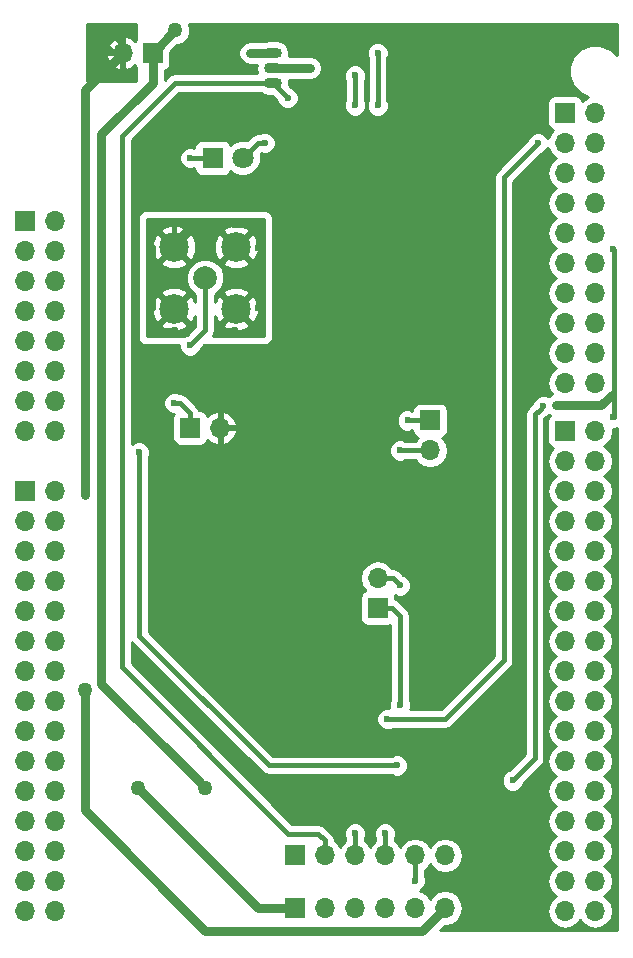
<source format=gbr>
G04 #@! TF.FileFunction,Copper,L2,Bot,Signal*
%FSLAX46Y46*%
G04 Gerber Fmt 4.6, Leading zero omitted, Abs format (unit mm)*
G04 Created by KiCad (PCBNEW 4.0.6) date Tuesday, July 11, 2017 'PMt' 12:51:39 PM*
%MOMM*%
%LPD*%
G01*
G04 APERTURE LIST*
%ADD10C,0.100000*%
%ADD11R,1.800000X1.800000*%
%ADD12C,1.800000*%
%ADD13R,1.700000X1.700000*%
%ADD14O,1.700000X1.700000*%
%ADD15C,1.998980*%
%ADD16C,2.500000*%
%ADD17O,1.501140X0.899160*%
%ADD18C,1.270000*%
%ADD19C,0.600000*%
%ADD20C,0.762000*%
%ADD21C,0.381000*%
%ADD22C,0.254000*%
G04 APERTURE END LIST*
D10*
D11*
X159385000Y-60960000D03*
D12*
X161925000Y-60960000D03*
D13*
X166370000Y-120015000D03*
D14*
X168910000Y-120015000D03*
X171450000Y-120015000D03*
X173990000Y-120015000D03*
X176530000Y-120015000D03*
X179070000Y-120015000D03*
D13*
X166370000Y-124460000D03*
D14*
X168910000Y-124460000D03*
X171450000Y-124460000D03*
X173990000Y-124460000D03*
X176530000Y-124460000D03*
X179070000Y-124460000D03*
D13*
X154305000Y-52070000D03*
D14*
X151765000Y-52070000D03*
D13*
X177800000Y-83185000D03*
D14*
X177800000Y-85725000D03*
D15*
X158750000Y-71120000D03*
D16*
X161375000Y-68495000D03*
X156125000Y-68495000D03*
X161375000Y-73745000D03*
X156125000Y-73745000D03*
D13*
X157480000Y-83820000D03*
D14*
X160020000Y-83820000D03*
D13*
X189230000Y-57150000D03*
D14*
X191770000Y-57150000D03*
X189230000Y-59690000D03*
X191770000Y-59690000D03*
X189230000Y-62230000D03*
X191770000Y-62230000D03*
X189230000Y-64770000D03*
X191770000Y-64770000D03*
X189230000Y-67310000D03*
X191770000Y-67310000D03*
X189230000Y-69850000D03*
X191770000Y-69850000D03*
X189230000Y-72390000D03*
X191770000Y-72390000D03*
X189230000Y-74930000D03*
X191770000Y-74930000D03*
X189230000Y-77470000D03*
X191770000Y-77470000D03*
X189230000Y-80010000D03*
X191770000Y-80010000D03*
D13*
X143510000Y-66294000D03*
D14*
X146050000Y-66294000D03*
X143510000Y-68834000D03*
X146050000Y-68834000D03*
X143510000Y-71374000D03*
X146050000Y-71374000D03*
X143510000Y-73914000D03*
X146050000Y-73914000D03*
X143510000Y-76454000D03*
X146050000Y-76454000D03*
X143510000Y-78994000D03*
X146050000Y-78994000D03*
X143510000Y-81534000D03*
X146050000Y-81534000D03*
X143510000Y-84074000D03*
X146050000Y-84074000D03*
D13*
X143510000Y-89154000D03*
D14*
X146050000Y-89154000D03*
X143510000Y-91694000D03*
X146050000Y-91694000D03*
X143510000Y-94234000D03*
X146050000Y-94234000D03*
X143510000Y-96774000D03*
X146050000Y-96774000D03*
X143510000Y-99314000D03*
X146050000Y-99314000D03*
X143510000Y-101854000D03*
X146050000Y-101854000D03*
X143510000Y-104394000D03*
X146050000Y-104394000D03*
X143510000Y-106934000D03*
X146050000Y-106934000D03*
X143510000Y-109474000D03*
X146050000Y-109474000D03*
X143510000Y-112014000D03*
X146050000Y-112014000D03*
X143510000Y-114554000D03*
X146050000Y-114554000D03*
X143510000Y-117094000D03*
X146050000Y-117094000D03*
X143510000Y-119634000D03*
X146050000Y-119634000D03*
X143510000Y-122174000D03*
X146050000Y-122174000D03*
X143510000Y-124714000D03*
X146050000Y-124714000D03*
D13*
X189230000Y-84074000D03*
D14*
X191770000Y-84074000D03*
X189230000Y-86614000D03*
X191770000Y-86614000D03*
X189230000Y-89154000D03*
X191770000Y-89154000D03*
X189230000Y-91694000D03*
X191770000Y-91694000D03*
X189230000Y-94234000D03*
X191770000Y-94234000D03*
X189230000Y-96774000D03*
X191770000Y-96774000D03*
X189230000Y-99314000D03*
X191770000Y-99314000D03*
X189230000Y-101854000D03*
X191770000Y-101854000D03*
X189230000Y-104394000D03*
X191770000Y-104394000D03*
X189230000Y-106934000D03*
X191770000Y-106934000D03*
X189230000Y-109474000D03*
X191770000Y-109474000D03*
X189230000Y-112014000D03*
X191770000Y-112014000D03*
X189230000Y-114554000D03*
X191770000Y-114554000D03*
X189230000Y-117094000D03*
X191770000Y-117094000D03*
X189230000Y-119634000D03*
X191770000Y-119634000D03*
X189230000Y-122174000D03*
X191770000Y-122174000D03*
X189230000Y-124714000D03*
X191770000Y-124714000D03*
D17*
X164465000Y-53340000D03*
X164465000Y-54610000D03*
X164465000Y-52070000D03*
D13*
X173355000Y-99060000D03*
D14*
X173355000Y-96520000D03*
D18*
X156210000Y-50165000D03*
X158750000Y-114300000D03*
D19*
X162560000Y-52070000D03*
X152146000Y-50292000D03*
X150622000Y-50292000D03*
X149225000Y-50292000D03*
X149225000Y-51689000D03*
X149225000Y-52959000D03*
X151257000Y-54102000D03*
X152400000Y-53975000D03*
X193294000Y-82931000D03*
X193294000Y-68707000D03*
X176530000Y-122174000D03*
X148590000Y-89535000D03*
X175260000Y-85725000D03*
X175260000Y-97155000D03*
X161290000Y-66675000D03*
X162560000Y-66675000D03*
X163195000Y-67310000D03*
X163195000Y-68580000D03*
X163195000Y-69850000D03*
X163195000Y-71120000D03*
X163195000Y-72390000D03*
X163195000Y-73660000D03*
X163195000Y-74930000D03*
X162560000Y-75565000D03*
X161290000Y-75565000D03*
X160020000Y-75565000D03*
X157480000Y-75565000D03*
X156210000Y-75565000D03*
X154940000Y-75565000D03*
X154305000Y-74930000D03*
X154305000Y-73660000D03*
X154305000Y-72390000D03*
X154305000Y-71120000D03*
X154305000Y-69850000D03*
X154305000Y-68580000D03*
X154305000Y-67310000D03*
X154940000Y-66675000D03*
X156210000Y-66675000D03*
X160020000Y-66675000D03*
X158750000Y-66675000D03*
X157480000Y-66675000D03*
X157480000Y-60960000D03*
X171450000Y-56515000D03*
X171450000Y-53975000D03*
X167640000Y-53340000D03*
X165735000Y-55880000D03*
X173355000Y-56515000D03*
X173355000Y-52070000D03*
X180467000Y-53848000D03*
X180467000Y-52705000D03*
X179451000Y-52070000D03*
X178181000Y-52070000D03*
X178181000Y-52070000D03*
X177038000Y-52070000D03*
X175641000Y-52070000D03*
X177165000Y-102870000D03*
X168910000Y-76200000D03*
X156112327Y-81705199D03*
X163830000Y-59690000D03*
D18*
X153035000Y-114300000D03*
X148590000Y-106045000D03*
D19*
X175895000Y-83185000D03*
X157480000Y-76835000D03*
X175006000Y-112395000D03*
X153162000Y-85852000D03*
X187365375Y-81964127D03*
X184785000Y-113665000D03*
X175260000Y-107315000D03*
X174180973Y-108467251D03*
X186944000Y-59690000D03*
X171450000Y-118110000D03*
X173990000Y-118110000D03*
D20*
X158115001Y-113665001D02*
X158750000Y-114300000D01*
X149957685Y-105507685D02*
X158115001Y-113665001D01*
X154305000Y-54610000D02*
X149957685Y-58957315D01*
X154305000Y-52070000D02*
X154305000Y-54610000D01*
X149957685Y-58957315D02*
X149957685Y-105507685D01*
X154305000Y-52070000D02*
X156210000Y-50165000D01*
X162560000Y-52070000D02*
X164465000Y-52070000D01*
D21*
X151765000Y-52070000D02*
X151765000Y-50673000D01*
X151765000Y-50673000D02*
X152146000Y-50292000D01*
X151765000Y-52070000D02*
X151765000Y-51435000D01*
X151765000Y-51435000D02*
X150622000Y-50292000D01*
X151765000Y-52070000D02*
X151003000Y-52070000D01*
X151003000Y-52070000D02*
X149225000Y-50292000D01*
X151765000Y-52070000D02*
X149606000Y-52070000D01*
X149606000Y-52070000D02*
X149225000Y-51689000D01*
X151765000Y-52070000D02*
X150114000Y-52070000D01*
X150114000Y-52070000D02*
X149225000Y-52959000D01*
X151765000Y-52070000D02*
X151765000Y-53594000D01*
X151765000Y-53594000D02*
X151257000Y-54102000D01*
X151765000Y-52070000D02*
X151765000Y-53340000D01*
X151765000Y-53340000D02*
X152400000Y-53975000D01*
X193375589Y-81026000D02*
X193160125Y-81026000D01*
D20*
X193160125Y-81026000D02*
X192271125Y-81915000D01*
X192271125Y-81915000D02*
X188468000Y-81915000D01*
D21*
X193375589Y-81026000D02*
X193375589Y-82849411D01*
X193375589Y-68788589D02*
X193375589Y-81026000D01*
X193294000Y-68707000D02*
X193375589Y-68788589D01*
X193375589Y-82849411D02*
X193294000Y-82931000D01*
X176530000Y-120015000D02*
X176530000Y-122174000D01*
D20*
X148590000Y-55245000D02*
X148590000Y-89535000D01*
X151765000Y-52070000D02*
X148590000Y-55245000D01*
D21*
X177800000Y-85725000D02*
X175260000Y-85725000D01*
X173355000Y-96520000D02*
X174625000Y-96520000D01*
X174625000Y-96520000D02*
X175260000Y-97155000D01*
X162560000Y-66675000D02*
X161290000Y-66675000D01*
X163195000Y-68580000D02*
X163195000Y-67310000D01*
X163195000Y-71120000D02*
X163195000Y-69850000D01*
X163195000Y-73660000D02*
X163195000Y-72390000D01*
X162560000Y-75565000D02*
X163195000Y-74930000D01*
X160020000Y-75565000D02*
X161290000Y-75565000D01*
X154940000Y-75565000D02*
X156210000Y-75565000D01*
X154305000Y-72390000D02*
X154305000Y-73660000D01*
X154305000Y-68580000D02*
X154305000Y-69850000D01*
X154940000Y-66675000D02*
X154305000Y-67310000D01*
X156125000Y-68495000D02*
X156125000Y-66760000D01*
X156125000Y-66760000D02*
X156210000Y-66675000D01*
X158750000Y-66675000D02*
X160020000Y-66675000D01*
X156125000Y-68495000D02*
X156125000Y-68030000D01*
X156125000Y-68030000D02*
X157480000Y-66675000D01*
X159385000Y-60960000D02*
X157480000Y-60960000D01*
X171450000Y-53975000D02*
X171450000Y-56515000D01*
D20*
X164465000Y-53340000D02*
X167640000Y-53340000D01*
D21*
X168910000Y-120015000D02*
X168910000Y-118738261D01*
X165796387Y-118171387D02*
X151717963Y-104092963D01*
X168910000Y-118738261D02*
X168343126Y-118171387D01*
X168343126Y-118171387D02*
X165796387Y-118171387D01*
X151717963Y-104092963D02*
X151717963Y-59102037D01*
X151717963Y-59102037D02*
X156210000Y-54610000D01*
X156210000Y-54610000D02*
X164465000Y-54610000D01*
X164465000Y-54610000D02*
X165735000Y-55880000D01*
X173355000Y-52070000D02*
X173355000Y-56515000D01*
X157480000Y-82589000D02*
X156596199Y-81705199D01*
X157480000Y-83820000D02*
X157480000Y-82589000D01*
X156596199Y-81705199D02*
X156112327Y-81705199D01*
X163830000Y-59690000D02*
X163195000Y-59690000D01*
X163195000Y-59690000D02*
X161925000Y-60960000D01*
D20*
X163195000Y-124460000D02*
X166370000Y-124460000D01*
X153035000Y-114300000D02*
X163195000Y-124460000D01*
X148590000Y-106045000D02*
X148590000Y-116205000D01*
X148590000Y-116205000D02*
X158765510Y-126380510D01*
X177149490Y-126380510D02*
X178220001Y-125309999D01*
X158765510Y-126380510D02*
X177149490Y-126380510D01*
X178220001Y-125309999D02*
X179070000Y-124460000D01*
D21*
X175895000Y-83185000D02*
X177800000Y-83185000D01*
X158750000Y-71120000D02*
X158750000Y-75565000D01*
X158750000Y-75565000D02*
X157480000Y-76835000D01*
X153162000Y-85852000D02*
X153162000Y-101428601D01*
X153162000Y-101428601D02*
X164128399Y-112395000D01*
X164128399Y-112395000D02*
X175006000Y-112395000D01*
X184785000Y-113665000D02*
X186656184Y-111793816D01*
X186656184Y-111793816D02*
X186656184Y-82673318D01*
X186656184Y-82673318D02*
X187065376Y-82264126D01*
X187065376Y-82264126D02*
X187365375Y-81964127D01*
X175260000Y-107315000D02*
X175260000Y-99734000D01*
X175260000Y-99734000D02*
X174586000Y-99060000D01*
X174586000Y-99060000D02*
X173355000Y-99060000D01*
X174605237Y-108467251D02*
X174180973Y-108467251D01*
X179060749Y-108467251D02*
X174605237Y-108467251D01*
X184022990Y-103505010D02*
X179060749Y-108467251D01*
X184022990Y-62611010D02*
X184022990Y-103505010D01*
X186944000Y-59690000D02*
X184022990Y-62611010D01*
X171450000Y-118110000D02*
X171450000Y-120015000D01*
X173990000Y-118110000D02*
X173990000Y-120015000D01*
D22*
G36*
X193600000Y-52263668D02*
X193037679Y-51700364D01*
X192216519Y-51359389D01*
X191327381Y-51358613D01*
X190505628Y-51698155D01*
X189876364Y-52326321D01*
X189535389Y-53147481D01*
X189534613Y-54036619D01*
X189874155Y-54858372D01*
X190502321Y-55487636D01*
X191192275Y-55774130D01*
X191172622Y-55778039D01*
X190690853Y-56099946D01*
X190690029Y-56101179D01*
X190683162Y-56064683D01*
X190544090Y-55848559D01*
X190331890Y-55703569D01*
X190080000Y-55652560D01*
X188380000Y-55652560D01*
X188144683Y-55696838D01*
X187928559Y-55835910D01*
X187783569Y-56048110D01*
X187732560Y-56300000D01*
X187732560Y-58000000D01*
X187776838Y-58235317D01*
X187915910Y-58451441D01*
X188128110Y-58596431D01*
X188195541Y-58610086D01*
X188150853Y-58639946D01*
X187828946Y-59121715D01*
X187793822Y-59298294D01*
X187737117Y-59161057D01*
X187474327Y-58897808D01*
X187130799Y-58755162D01*
X186758833Y-58754838D01*
X186415057Y-58896883D01*
X186151808Y-59159673D01*
X186041682Y-59424884D01*
X183439273Y-62027293D01*
X183260327Y-62295104D01*
X183228237Y-62456431D01*
X183197490Y-62611010D01*
X183197490Y-103163077D01*
X178718815Y-107641751D01*
X176136725Y-107641751D01*
X176194838Y-107501799D01*
X176195162Y-107129833D01*
X176085500Y-106864430D01*
X176085500Y-99734005D01*
X176085501Y-99734000D01*
X176022663Y-99418094D01*
X175843717Y-99150283D01*
X175169717Y-98476283D01*
X174901906Y-98297337D01*
X174852440Y-98287498D01*
X174852440Y-98210000D01*
X174809203Y-97980216D01*
X175073201Y-98089838D01*
X175445167Y-98090162D01*
X175788943Y-97948117D01*
X176052192Y-97685327D01*
X176194838Y-97341799D01*
X176195162Y-96969833D01*
X176053117Y-96626057D01*
X175790327Y-96362808D01*
X175525116Y-96252682D01*
X175208717Y-95936283D01*
X174940906Y-95757337D01*
X174625000Y-95694500D01*
X174584189Y-95694500D01*
X174434147Y-95469946D01*
X173952378Y-95148039D01*
X173384093Y-95035000D01*
X173325907Y-95035000D01*
X172757622Y-95148039D01*
X172275853Y-95469946D01*
X171953946Y-95951715D01*
X171840907Y-96520000D01*
X171953946Y-97088285D01*
X172275853Y-97570054D01*
X172317452Y-97597850D01*
X172269683Y-97606838D01*
X172053559Y-97745910D01*
X171908569Y-97958110D01*
X171857560Y-98210000D01*
X171857560Y-99910000D01*
X171901838Y-100145317D01*
X172040910Y-100361441D01*
X172253110Y-100506431D01*
X172505000Y-100557440D01*
X174205000Y-100557440D01*
X174434500Y-100514257D01*
X174434500Y-106864887D01*
X174325162Y-107128201D01*
X174324838Y-107500167D01*
X174338151Y-107532387D01*
X173995806Y-107532089D01*
X173652030Y-107674134D01*
X173388781Y-107936924D01*
X173246135Y-108280452D01*
X173245811Y-108652418D01*
X173387856Y-108996194D01*
X173650646Y-109259443D01*
X173994174Y-109402089D01*
X174366140Y-109402413D01*
X174631543Y-109292751D01*
X179060749Y-109292751D01*
X179376655Y-109229914D01*
X179644466Y-109050968D01*
X184606704Y-104088729D01*
X184606707Y-104088727D01*
X184785653Y-103820915D01*
X184794377Y-103777057D01*
X184848491Y-103505010D01*
X184848490Y-103505005D01*
X184848490Y-62952944D01*
X187209440Y-60591994D01*
X187472943Y-60483117D01*
X187736192Y-60220327D01*
X187793800Y-60081593D01*
X187828946Y-60258285D01*
X188150853Y-60740054D01*
X188480026Y-60960000D01*
X188150853Y-61179946D01*
X187828946Y-61661715D01*
X187715907Y-62230000D01*
X187828946Y-62798285D01*
X188150853Y-63280054D01*
X188480026Y-63500000D01*
X188150853Y-63719946D01*
X187828946Y-64201715D01*
X187715907Y-64770000D01*
X187828946Y-65338285D01*
X188150853Y-65820054D01*
X188480026Y-66040000D01*
X188150853Y-66259946D01*
X187828946Y-66741715D01*
X187715907Y-67310000D01*
X187828946Y-67878285D01*
X188150853Y-68360054D01*
X188480026Y-68580000D01*
X188150853Y-68799946D01*
X187828946Y-69281715D01*
X187715907Y-69850000D01*
X187828946Y-70418285D01*
X188150853Y-70900054D01*
X188480026Y-71120000D01*
X188150853Y-71339946D01*
X187828946Y-71821715D01*
X187715907Y-72390000D01*
X187828946Y-72958285D01*
X188150853Y-73440054D01*
X188480026Y-73660000D01*
X188150853Y-73879946D01*
X187828946Y-74361715D01*
X187715907Y-74930000D01*
X187828946Y-75498285D01*
X188150853Y-75980054D01*
X188480026Y-76200000D01*
X188150853Y-76419946D01*
X187828946Y-76901715D01*
X187715907Y-77470000D01*
X187828946Y-78038285D01*
X188150853Y-78520054D01*
X188480026Y-78740000D01*
X188150853Y-78959946D01*
X187828946Y-79441715D01*
X187715907Y-80010000D01*
X187828946Y-80578285D01*
X188093071Y-80973578D01*
X188079194Y-80976338D01*
X187828331Y-81143960D01*
X187552174Y-81029289D01*
X187180208Y-81028965D01*
X186836432Y-81171010D01*
X186573183Y-81433800D01*
X186463057Y-81699011D01*
X186072467Y-82089601D01*
X185893521Y-82357412D01*
X185834393Y-82654673D01*
X185830684Y-82673318D01*
X185830684Y-111451883D01*
X184519560Y-112763006D01*
X184256057Y-112871883D01*
X183992808Y-113134673D01*
X183850162Y-113478201D01*
X183849838Y-113850167D01*
X183991883Y-114193943D01*
X184254673Y-114457192D01*
X184598201Y-114599838D01*
X184970167Y-114600162D01*
X185313943Y-114458117D01*
X185577192Y-114195327D01*
X185687318Y-113930116D01*
X187239898Y-112377535D01*
X187239901Y-112377533D01*
X187418847Y-112109721D01*
X187437887Y-112014000D01*
X187481685Y-111793816D01*
X187481684Y-111793811D01*
X187481684Y-83015252D01*
X187630815Y-82866121D01*
X187894318Y-82757244D01*
X187910588Y-82741002D01*
X187933819Y-82756525D01*
X187928559Y-82759910D01*
X187783569Y-82972110D01*
X187732560Y-83224000D01*
X187732560Y-84924000D01*
X187776838Y-85159317D01*
X187915910Y-85375441D01*
X188128110Y-85520431D01*
X188195541Y-85534086D01*
X188150853Y-85563946D01*
X187828946Y-86045715D01*
X187715907Y-86614000D01*
X187828946Y-87182285D01*
X188150853Y-87664054D01*
X188480026Y-87884000D01*
X188150853Y-88103946D01*
X187828946Y-88585715D01*
X187715907Y-89154000D01*
X187828946Y-89722285D01*
X188150853Y-90204054D01*
X188480026Y-90424000D01*
X188150853Y-90643946D01*
X187828946Y-91125715D01*
X187715907Y-91694000D01*
X187828946Y-92262285D01*
X188150853Y-92744054D01*
X188480026Y-92964000D01*
X188150853Y-93183946D01*
X187828946Y-93665715D01*
X187715907Y-94234000D01*
X187828946Y-94802285D01*
X188150853Y-95284054D01*
X188480026Y-95504000D01*
X188150853Y-95723946D01*
X187828946Y-96205715D01*
X187715907Y-96774000D01*
X187828946Y-97342285D01*
X188150853Y-97824054D01*
X188480026Y-98044000D01*
X188150853Y-98263946D01*
X187828946Y-98745715D01*
X187715907Y-99314000D01*
X187828946Y-99882285D01*
X188150853Y-100364054D01*
X188480026Y-100584000D01*
X188150853Y-100803946D01*
X187828946Y-101285715D01*
X187715907Y-101854000D01*
X187828946Y-102422285D01*
X188150853Y-102904054D01*
X188480026Y-103124000D01*
X188150853Y-103343946D01*
X187828946Y-103825715D01*
X187715907Y-104394000D01*
X187828946Y-104962285D01*
X188150853Y-105444054D01*
X188480026Y-105664000D01*
X188150853Y-105883946D01*
X187828946Y-106365715D01*
X187715907Y-106934000D01*
X187828946Y-107502285D01*
X188150853Y-107984054D01*
X188480026Y-108204000D01*
X188150853Y-108423946D01*
X187828946Y-108905715D01*
X187715907Y-109474000D01*
X187828946Y-110042285D01*
X188150853Y-110524054D01*
X188480026Y-110744000D01*
X188150853Y-110963946D01*
X187828946Y-111445715D01*
X187715907Y-112014000D01*
X187828946Y-112582285D01*
X188150853Y-113064054D01*
X188480026Y-113284000D01*
X188150853Y-113503946D01*
X187828946Y-113985715D01*
X187715907Y-114554000D01*
X187828946Y-115122285D01*
X188150853Y-115604054D01*
X188480026Y-115824000D01*
X188150853Y-116043946D01*
X187828946Y-116525715D01*
X187715907Y-117094000D01*
X187828946Y-117662285D01*
X188150853Y-118144054D01*
X188480026Y-118364000D01*
X188150853Y-118583946D01*
X187828946Y-119065715D01*
X187715907Y-119634000D01*
X187828946Y-120202285D01*
X188150853Y-120684054D01*
X188480026Y-120904000D01*
X188150853Y-121123946D01*
X187828946Y-121605715D01*
X187715907Y-122174000D01*
X187828946Y-122742285D01*
X188150853Y-123224054D01*
X188480026Y-123444000D01*
X188150853Y-123663946D01*
X187828946Y-124145715D01*
X187715907Y-124714000D01*
X187828946Y-125282285D01*
X188150853Y-125764054D01*
X188632622Y-126085961D01*
X189200907Y-126199000D01*
X189259093Y-126199000D01*
X189827378Y-126085961D01*
X190309147Y-125764054D01*
X190500000Y-125478422D01*
X190690853Y-125764054D01*
X191172622Y-126085961D01*
X191740907Y-126199000D01*
X191799093Y-126199000D01*
X192367378Y-126085961D01*
X192849147Y-125764054D01*
X193171054Y-125282285D01*
X193284093Y-124714000D01*
X193171054Y-124145715D01*
X192849147Y-123663946D01*
X192519974Y-123444000D01*
X192849147Y-123224054D01*
X193171054Y-122742285D01*
X193284093Y-122174000D01*
X193171054Y-121605715D01*
X192849147Y-121123946D01*
X192519974Y-120904000D01*
X192849147Y-120684054D01*
X193171054Y-120202285D01*
X193284093Y-119634000D01*
X193171054Y-119065715D01*
X192849147Y-118583946D01*
X192519974Y-118364000D01*
X192849147Y-118144054D01*
X193171054Y-117662285D01*
X193284093Y-117094000D01*
X193171054Y-116525715D01*
X192849147Y-116043946D01*
X192519974Y-115824000D01*
X192849147Y-115604054D01*
X193171054Y-115122285D01*
X193284093Y-114554000D01*
X193171054Y-113985715D01*
X192849147Y-113503946D01*
X192519974Y-113284000D01*
X192849147Y-113064054D01*
X193171054Y-112582285D01*
X193284093Y-112014000D01*
X193171054Y-111445715D01*
X192849147Y-110963946D01*
X192519974Y-110744000D01*
X192849147Y-110524054D01*
X193171054Y-110042285D01*
X193284093Y-109474000D01*
X193171054Y-108905715D01*
X192849147Y-108423946D01*
X192519974Y-108204000D01*
X192849147Y-107984054D01*
X193171054Y-107502285D01*
X193284093Y-106934000D01*
X193171054Y-106365715D01*
X192849147Y-105883946D01*
X192519974Y-105664000D01*
X192849147Y-105444054D01*
X193171054Y-104962285D01*
X193284093Y-104394000D01*
X193171054Y-103825715D01*
X192849147Y-103343946D01*
X192519974Y-103124000D01*
X192849147Y-102904054D01*
X193171054Y-102422285D01*
X193284093Y-101854000D01*
X193171054Y-101285715D01*
X192849147Y-100803946D01*
X192519974Y-100584000D01*
X192849147Y-100364054D01*
X193171054Y-99882285D01*
X193284093Y-99314000D01*
X193171054Y-98745715D01*
X192849147Y-98263946D01*
X192519974Y-98044000D01*
X192849147Y-97824054D01*
X193171054Y-97342285D01*
X193284093Y-96774000D01*
X193171054Y-96205715D01*
X192849147Y-95723946D01*
X192519974Y-95504000D01*
X192849147Y-95284054D01*
X193171054Y-94802285D01*
X193284093Y-94234000D01*
X193171054Y-93665715D01*
X192849147Y-93183946D01*
X192519974Y-92964000D01*
X192849147Y-92744054D01*
X193171054Y-92262285D01*
X193284093Y-91694000D01*
X193171054Y-91125715D01*
X192849147Y-90643946D01*
X192519974Y-90424000D01*
X192849147Y-90204054D01*
X193171054Y-89722285D01*
X193284093Y-89154000D01*
X193171054Y-88585715D01*
X192849147Y-88103946D01*
X192519974Y-87884000D01*
X192849147Y-87664054D01*
X193171054Y-87182285D01*
X193284093Y-86614000D01*
X193171054Y-86045715D01*
X192849147Y-85563946D01*
X192519974Y-85344000D01*
X192849147Y-85124054D01*
X193171054Y-84642285D01*
X193284093Y-84074000D01*
X193242710Y-83865956D01*
X193479167Y-83866162D01*
X193600000Y-83816235D01*
X193600000Y-126290000D01*
X178676841Y-126290000D01*
X178938422Y-126028419D01*
X178938424Y-126028416D01*
X179005564Y-125961276D01*
X179070000Y-125974093D01*
X179638285Y-125861054D01*
X180120054Y-125539147D01*
X180441961Y-125057378D01*
X180555000Y-124489093D01*
X180555000Y-124430907D01*
X180441961Y-123862622D01*
X180120054Y-123380853D01*
X179638285Y-123058946D01*
X179070000Y-122945907D01*
X178501715Y-123058946D01*
X178019946Y-123380853D01*
X177800000Y-123710026D01*
X177580054Y-123380853D01*
X177098285Y-123058946D01*
X176921706Y-123023822D01*
X177058943Y-122967117D01*
X177322192Y-122704327D01*
X177464838Y-122360799D01*
X177465162Y-121988833D01*
X177355500Y-121723430D01*
X177355500Y-121244189D01*
X177580054Y-121094147D01*
X177800000Y-120764974D01*
X178019946Y-121094147D01*
X178501715Y-121416054D01*
X179070000Y-121529093D01*
X179638285Y-121416054D01*
X180120054Y-121094147D01*
X180441961Y-120612378D01*
X180555000Y-120044093D01*
X180555000Y-119985907D01*
X180441961Y-119417622D01*
X180120054Y-118935853D01*
X179638285Y-118613946D01*
X179070000Y-118500907D01*
X178501715Y-118613946D01*
X178019946Y-118935853D01*
X177800000Y-119265026D01*
X177580054Y-118935853D01*
X177098285Y-118613946D01*
X176530000Y-118500907D01*
X175961715Y-118613946D01*
X175479946Y-118935853D01*
X175260000Y-119265026D01*
X175040054Y-118935853D01*
X174815500Y-118785811D01*
X174815500Y-118560113D01*
X174924838Y-118296799D01*
X174925162Y-117924833D01*
X174783117Y-117581057D01*
X174520327Y-117317808D01*
X174176799Y-117175162D01*
X173804833Y-117174838D01*
X173461057Y-117316883D01*
X173197808Y-117579673D01*
X173055162Y-117923201D01*
X173054838Y-118295167D01*
X173164500Y-118560570D01*
X173164500Y-118785811D01*
X172939946Y-118935853D01*
X172720000Y-119265026D01*
X172500054Y-118935853D01*
X172275500Y-118785811D01*
X172275500Y-118560113D01*
X172384838Y-118296799D01*
X172385162Y-117924833D01*
X172243117Y-117581057D01*
X171980327Y-117317808D01*
X171636799Y-117175162D01*
X171264833Y-117174838D01*
X170921057Y-117316883D01*
X170657808Y-117579673D01*
X170515162Y-117923201D01*
X170514838Y-118295167D01*
X170624500Y-118560570D01*
X170624500Y-118785811D01*
X170399946Y-118935853D01*
X170180000Y-119265026D01*
X169960054Y-118935853D01*
X169735500Y-118785811D01*
X169735500Y-118738266D01*
X169735501Y-118738261D01*
X169672663Y-118422355D01*
X169493717Y-118154544D01*
X168926843Y-117587670D01*
X168659032Y-117408724D01*
X168343126Y-117345887D01*
X166138321Y-117345887D01*
X152543463Y-103751029D01*
X152543463Y-101960206D01*
X152578283Y-102012318D01*
X163544682Y-112978717D01*
X163812493Y-113157663D01*
X164128399Y-113220500D01*
X174555887Y-113220500D01*
X174819201Y-113329838D01*
X175191167Y-113330162D01*
X175534943Y-113188117D01*
X175798192Y-112925327D01*
X175940838Y-112581799D01*
X175941162Y-112209833D01*
X175799117Y-111866057D01*
X175536327Y-111602808D01*
X175192799Y-111460162D01*
X174820833Y-111459838D01*
X174555430Y-111569500D01*
X164470333Y-111569500D01*
X153987500Y-101086667D01*
X153987500Y-86302113D01*
X154096838Y-86038799D01*
X154096950Y-85910167D01*
X174324838Y-85910167D01*
X174466883Y-86253943D01*
X174729673Y-86517192D01*
X175073201Y-86659838D01*
X175445167Y-86660162D01*
X175710570Y-86550500D01*
X176570811Y-86550500D01*
X176720853Y-86775054D01*
X177202622Y-87096961D01*
X177770907Y-87210000D01*
X177829093Y-87210000D01*
X178397378Y-87096961D01*
X178879147Y-86775054D01*
X179201054Y-86293285D01*
X179314093Y-85725000D01*
X179201054Y-85156715D01*
X178879147Y-84674946D01*
X178837548Y-84647150D01*
X178885317Y-84638162D01*
X179101441Y-84499090D01*
X179246431Y-84286890D01*
X179297440Y-84035000D01*
X179297440Y-82335000D01*
X179253162Y-82099683D01*
X179114090Y-81883559D01*
X178901890Y-81738569D01*
X178650000Y-81687560D01*
X176950000Y-81687560D01*
X176714683Y-81731838D01*
X176498559Y-81870910D01*
X176353569Y-82083110D01*
X176302560Y-82335000D01*
X176302560Y-82341830D01*
X176081799Y-82250162D01*
X175709833Y-82249838D01*
X175366057Y-82391883D01*
X175102808Y-82654673D01*
X174960162Y-82998201D01*
X174959838Y-83370167D01*
X175101883Y-83713943D01*
X175364673Y-83977192D01*
X175708201Y-84119838D01*
X176080167Y-84120162D01*
X176302560Y-84028271D01*
X176302560Y-84035000D01*
X176346838Y-84270317D01*
X176485910Y-84486441D01*
X176698110Y-84631431D01*
X176765541Y-84645086D01*
X176720853Y-84674946D01*
X176570811Y-84899500D01*
X175710113Y-84899500D01*
X175446799Y-84790162D01*
X175074833Y-84789838D01*
X174731057Y-84931883D01*
X174467808Y-85194673D01*
X174325162Y-85538201D01*
X174324838Y-85910167D01*
X154096950Y-85910167D01*
X154097162Y-85666833D01*
X153955117Y-85323057D01*
X153692327Y-85059808D01*
X153348799Y-84917162D01*
X152976833Y-84916838D01*
X152633057Y-85058883D01*
X152543463Y-85148321D01*
X152543463Y-81890366D01*
X155177165Y-81890366D01*
X155319210Y-82234142D01*
X155582000Y-82497391D01*
X155925528Y-82640037D01*
X156086818Y-82640177D01*
X156033569Y-82718110D01*
X155982560Y-82970000D01*
X155982560Y-84670000D01*
X156026838Y-84905317D01*
X156165910Y-85121441D01*
X156378110Y-85266431D01*
X156630000Y-85317440D01*
X158330000Y-85317440D01*
X158565317Y-85273162D01*
X158781441Y-85134090D01*
X158926431Y-84921890D01*
X158948301Y-84813893D01*
X159253076Y-85091645D01*
X159663110Y-85261476D01*
X159893000Y-85140155D01*
X159893000Y-83947000D01*
X160147000Y-83947000D01*
X160147000Y-85140155D01*
X160376890Y-85261476D01*
X160786924Y-85091645D01*
X161215183Y-84701358D01*
X161461486Y-84176892D01*
X161340819Y-83947000D01*
X160147000Y-83947000D01*
X159893000Y-83947000D01*
X159873000Y-83947000D01*
X159873000Y-83693000D01*
X159893000Y-83693000D01*
X159893000Y-82499845D01*
X160147000Y-82499845D01*
X160147000Y-83693000D01*
X161340819Y-83693000D01*
X161461486Y-83463108D01*
X161215183Y-82938642D01*
X160786924Y-82548355D01*
X160376890Y-82378524D01*
X160147000Y-82499845D01*
X159893000Y-82499845D01*
X159663110Y-82378524D01*
X159253076Y-82548355D01*
X158950063Y-82824501D01*
X158933162Y-82734683D01*
X158794090Y-82518559D01*
X158581890Y-82373569D01*
X158330000Y-82322560D01*
X158252502Y-82322560D01*
X158242663Y-82273095D01*
X158063717Y-82005283D01*
X158063714Y-82005281D01*
X157179916Y-81121482D01*
X156912105Y-80942536D01*
X156596199Y-80879699D01*
X156562440Y-80879699D01*
X156299126Y-80770361D01*
X155927160Y-80770037D01*
X155583384Y-80912082D01*
X155320135Y-81174872D01*
X155177489Y-81518400D01*
X155177165Y-81890366D01*
X152543463Y-81890366D01*
X152543463Y-66040000D01*
X153035000Y-66040000D01*
X153035000Y-76200000D01*
X153078427Y-76430795D01*
X153214827Y-76642767D01*
X153422949Y-76784971D01*
X153670000Y-76835000D01*
X156544999Y-76835000D01*
X156544838Y-77020167D01*
X156686883Y-77363943D01*
X156949673Y-77627192D01*
X157293201Y-77769838D01*
X157665167Y-77770162D01*
X158008943Y-77628117D01*
X158272192Y-77365327D01*
X158382318Y-77100116D01*
X158647434Y-76835000D01*
X163830000Y-76835000D01*
X164060795Y-76791573D01*
X164272767Y-76655173D01*
X164414971Y-76447051D01*
X164465000Y-76200000D01*
X164465000Y-66040000D01*
X164421573Y-65809205D01*
X164285173Y-65597233D01*
X164077051Y-65455029D01*
X163830000Y-65405000D01*
X153670000Y-65405000D01*
X153439205Y-65448427D01*
X153227233Y-65584827D01*
X153085029Y-65792949D01*
X153035000Y-66040000D01*
X152543463Y-66040000D01*
X152543463Y-61145167D01*
X156544838Y-61145167D01*
X156686883Y-61488943D01*
X156949673Y-61752192D01*
X157293201Y-61894838D01*
X157665167Y-61895162D01*
X157837560Y-61823931D01*
X157837560Y-61860000D01*
X157881838Y-62095317D01*
X158020910Y-62311441D01*
X158233110Y-62456431D01*
X158485000Y-62507440D01*
X160285000Y-62507440D01*
X160520317Y-62463162D01*
X160736441Y-62324090D01*
X160881431Y-62111890D01*
X160885567Y-62091466D01*
X161054357Y-62260551D01*
X161618330Y-62494733D01*
X162228991Y-62495265D01*
X162793371Y-62262068D01*
X163225551Y-61830643D01*
X163459733Y-61266670D01*
X163460265Y-60656009D01*
X163441599Y-60610834D01*
X163490855Y-60561578D01*
X163643201Y-60624838D01*
X164015167Y-60625162D01*
X164358943Y-60483117D01*
X164622192Y-60220327D01*
X164764838Y-59876799D01*
X164765162Y-59504833D01*
X164623117Y-59161057D01*
X164360327Y-58897808D01*
X164016799Y-58755162D01*
X163644833Y-58754838D01*
X163379430Y-58864500D01*
X163195000Y-58864500D01*
X162879094Y-58927337D01*
X162771824Y-58999013D01*
X162611283Y-59106283D01*
X162611281Y-59106286D01*
X162274511Y-59443056D01*
X162231670Y-59425267D01*
X161621009Y-59424735D01*
X161056629Y-59657932D01*
X160888387Y-59825880D01*
X160888162Y-59824683D01*
X160749090Y-59608559D01*
X160536890Y-59463569D01*
X160285000Y-59412560D01*
X158485000Y-59412560D01*
X158249683Y-59456838D01*
X158033559Y-59595910D01*
X157888569Y-59808110D01*
X157837560Y-60060000D01*
X157837560Y-60096069D01*
X157666799Y-60025162D01*
X157294833Y-60024838D01*
X156951057Y-60166883D01*
X156687808Y-60429673D01*
X156545162Y-60773201D01*
X156544838Y-61145167D01*
X152543463Y-61145167D01*
X152543463Y-59443971D01*
X156551933Y-55435500D01*
X163457631Y-55435500D01*
X163721814Y-55612021D01*
X164136865Y-55694580D01*
X164382146Y-55694580D01*
X164833006Y-56145439D01*
X164941883Y-56408943D01*
X165204673Y-56672192D01*
X165548201Y-56814838D01*
X165920167Y-56815162D01*
X166263943Y-56673117D01*
X166527192Y-56410327D01*
X166669838Y-56066799D01*
X166670162Y-55694833D01*
X166528117Y-55351057D01*
X166265327Y-55087808D01*
X166000115Y-54977682D01*
X165837020Y-54814587D01*
X165877715Y-54610000D01*
X165827191Y-54356000D01*
X167640000Y-54356000D01*
X168028806Y-54278662D01*
X168206145Y-54160167D01*
X170514838Y-54160167D01*
X170624500Y-54425570D01*
X170624500Y-56064887D01*
X170515162Y-56328201D01*
X170514838Y-56700167D01*
X170656883Y-57043943D01*
X170919673Y-57307192D01*
X171263201Y-57449838D01*
X171635167Y-57450162D01*
X171978943Y-57308117D01*
X172242192Y-57045327D01*
X172384838Y-56701799D01*
X172385162Y-56329833D01*
X172275500Y-56064430D01*
X172275500Y-54425113D01*
X172384838Y-54161799D01*
X172385162Y-53789833D01*
X172243117Y-53446057D01*
X171980327Y-53182808D01*
X171636799Y-53040162D01*
X171264833Y-53039838D01*
X170921057Y-53181883D01*
X170657808Y-53444673D01*
X170515162Y-53788201D01*
X170514838Y-54160167D01*
X168206145Y-54160167D01*
X168358420Y-54058420D01*
X168578662Y-53728806D01*
X168656000Y-53340000D01*
X168578662Y-52951194D01*
X168358420Y-52621580D01*
X168028806Y-52401338D01*
X167640000Y-52324000D01*
X165827191Y-52324000D01*
X165840882Y-52255167D01*
X172419838Y-52255167D01*
X172529500Y-52520570D01*
X172529500Y-56064887D01*
X172420162Y-56328201D01*
X172419838Y-56700167D01*
X172561883Y-57043943D01*
X172824673Y-57307192D01*
X173168201Y-57449838D01*
X173540167Y-57450162D01*
X173883943Y-57308117D01*
X174147192Y-57045327D01*
X174289838Y-56701799D01*
X174290162Y-56329833D01*
X174180500Y-56064430D01*
X174180500Y-52520113D01*
X174289838Y-52256799D01*
X174290162Y-51884833D01*
X174148117Y-51541057D01*
X173885327Y-51277808D01*
X173541799Y-51135162D01*
X173169833Y-51134838D01*
X172826057Y-51276883D01*
X172562808Y-51539673D01*
X172420162Y-51883201D01*
X172419838Y-52255167D01*
X165840882Y-52255167D01*
X165877715Y-52070000D01*
X165795156Y-51654949D01*
X165560049Y-51303086D01*
X165208186Y-51067979D01*
X164793135Y-50985420D01*
X164136865Y-50985420D01*
X163792091Y-51054000D01*
X162560000Y-51054000D01*
X162171194Y-51131338D01*
X161841580Y-51351580D01*
X161621338Y-51681194D01*
X161544000Y-52070000D01*
X161621338Y-52458806D01*
X161841580Y-52788420D01*
X162171194Y-53008662D01*
X162560000Y-53086000D01*
X163102809Y-53086000D01*
X163052285Y-53340000D01*
X163134844Y-53755051D01*
X163154521Y-53784500D01*
X156210005Y-53784500D01*
X156210000Y-53784499D01*
X155915466Y-53843086D01*
X155894095Y-53847337D01*
X155626283Y-54026283D01*
X155626281Y-54026286D01*
X155321000Y-54331567D01*
X155321000Y-53536205D01*
X155390317Y-53523162D01*
X155606441Y-53384090D01*
X155751431Y-53171890D01*
X155802440Y-52920000D01*
X155802440Y-52009400D01*
X156376695Y-51435146D01*
X156461510Y-51435220D01*
X156928458Y-51242282D01*
X157286026Y-50885337D01*
X157479779Y-50418727D01*
X157480220Y-49913490D01*
X157352755Y-49605000D01*
X193600000Y-49605000D01*
X193600000Y-52263668D01*
X193600000Y-52263668D01*
G37*
X193600000Y-52263668D02*
X193037679Y-51700364D01*
X192216519Y-51359389D01*
X191327381Y-51358613D01*
X190505628Y-51698155D01*
X189876364Y-52326321D01*
X189535389Y-53147481D01*
X189534613Y-54036619D01*
X189874155Y-54858372D01*
X190502321Y-55487636D01*
X191192275Y-55774130D01*
X191172622Y-55778039D01*
X190690853Y-56099946D01*
X190690029Y-56101179D01*
X190683162Y-56064683D01*
X190544090Y-55848559D01*
X190331890Y-55703569D01*
X190080000Y-55652560D01*
X188380000Y-55652560D01*
X188144683Y-55696838D01*
X187928559Y-55835910D01*
X187783569Y-56048110D01*
X187732560Y-56300000D01*
X187732560Y-58000000D01*
X187776838Y-58235317D01*
X187915910Y-58451441D01*
X188128110Y-58596431D01*
X188195541Y-58610086D01*
X188150853Y-58639946D01*
X187828946Y-59121715D01*
X187793822Y-59298294D01*
X187737117Y-59161057D01*
X187474327Y-58897808D01*
X187130799Y-58755162D01*
X186758833Y-58754838D01*
X186415057Y-58896883D01*
X186151808Y-59159673D01*
X186041682Y-59424884D01*
X183439273Y-62027293D01*
X183260327Y-62295104D01*
X183228237Y-62456431D01*
X183197490Y-62611010D01*
X183197490Y-103163077D01*
X178718815Y-107641751D01*
X176136725Y-107641751D01*
X176194838Y-107501799D01*
X176195162Y-107129833D01*
X176085500Y-106864430D01*
X176085500Y-99734005D01*
X176085501Y-99734000D01*
X176022663Y-99418094D01*
X175843717Y-99150283D01*
X175169717Y-98476283D01*
X174901906Y-98297337D01*
X174852440Y-98287498D01*
X174852440Y-98210000D01*
X174809203Y-97980216D01*
X175073201Y-98089838D01*
X175445167Y-98090162D01*
X175788943Y-97948117D01*
X176052192Y-97685327D01*
X176194838Y-97341799D01*
X176195162Y-96969833D01*
X176053117Y-96626057D01*
X175790327Y-96362808D01*
X175525116Y-96252682D01*
X175208717Y-95936283D01*
X174940906Y-95757337D01*
X174625000Y-95694500D01*
X174584189Y-95694500D01*
X174434147Y-95469946D01*
X173952378Y-95148039D01*
X173384093Y-95035000D01*
X173325907Y-95035000D01*
X172757622Y-95148039D01*
X172275853Y-95469946D01*
X171953946Y-95951715D01*
X171840907Y-96520000D01*
X171953946Y-97088285D01*
X172275853Y-97570054D01*
X172317452Y-97597850D01*
X172269683Y-97606838D01*
X172053559Y-97745910D01*
X171908569Y-97958110D01*
X171857560Y-98210000D01*
X171857560Y-99910000D01*
X171901838Y-100145317D01*
X172040910Y-100361441D01*
X172253110Y-100506431D01*
X172505000Y-100557440D01*
X174205000Y-100557440D01*
X174434500Y-100514257D01*
X174434500Y-106864887D01*
X174325162Y-107128201D01*
X174324838Y-107500167D01*
X174338151Y-107532387D01*
X173995806Y-107532089D01*
X173652030Y-107674134D01*
X173388781Y-107936924D01*
X173246135Y-108280452D01*
X173245811Y-108652418D01*
X173387856Y-108996194D01*
X173650646Y-109259443D01*
X173994174Y-109402089D01*
X174366140Y-109402413D01*
X174631543Y-109292751D01*
X179060749Y-109292751D01*
X179376655Y-109229914D01*
X179644466Y-109050968D01*
X184606704Y-104088729D01*
X184606707Y-104088727D01*
X184785653Y-103820915D01*
X184794377Y-103777057D01*
X184848491Y-103505010D01*
X184848490Y-103505005D01*
X184848490Y-62952944D01*
X187209440Y-60591994D01*
X187472943Y-60483117D01*
X187736192Y-60220327D01*
X187793800Y-60081593D01*
X187828946Y-60258285D01*
X188150853Y-60740054D01*
X188480026Y-60960000D01*
X188150853Y-61179946D01*
X187828946Y-61661715D01*
X187715907Y-62230000D01*
X187828946Y-62798285D01*
X188150853Y-63280054D01*
X188480026Y-63500000D01*
X188150853Y-63719946D01*
X187828946Y-64201715D01*
X187715907Y-64770000D01*
X187828946Y-65338285D01*
X188150853Y-65820054D01*
X188480026Y-66040000D01*
X188150853Y-66259946D01*
X187828946Y-66741715D01*
X187715907Y-67310000D01*
X187828946Y-67878285D01*
X188150853Y-68360054D01*
X188480026Y-68580000D01*
X188150853Y-68799946D01*
X187828946Y-69281715D01*
X187715907Y-69850000D01*
X187828946Y-70418285D01*
X188150853Y-70900054D01*
X188480026Y-71120000D01*
X188150853Y-71339946D01*
X187828946Y-71821715D01*
X187715907Y-72390000D01*
X187828946Y-72958285D01*
X188150853Y-73440054D01*
X188480026Y-73660000D01*
X188150853Y-73879946D01*
X187828946Y-74361715D01*
X187715907Y-74930000D01*
X187828946Y-75498285D01*
X188150853Y-75980054D01*
X188480026Y-76200000D01*
X188150853Y-76419946D01*
X187828946Y-76901715D01*
X187715907Y-77470000D01*
X187828946Y-78038285D01*
X188150853Y-78520054D01*
X188480026Y-78740000D01*
X188150853Y-78959946D01*
X187828946Y-79441715D01*
X187715907Y-80010000D01*
X187828946Y-80578285D01*
X188093071Y-80973578D01*
X188079194Y-80976338D01*
X187828331Y-81143960D01*
X187552174Y-81029289D01*
X187180208Y-81028965D01*
X186836432Y-81171010D01*
X186573183Y-81433800D01*
X186463057Y-81699011D01*
X186072467Y-82089601D01*
X185893521Y-82357412D01*
X185834393Y-82654673D01*
X185830684Y-82673318D01*
X185830684Y-111451883D01*
X184519560Y-112763006D01*
X184256057Y-112871883D01*
X183992808Y-113134673D01*
X183850162Y-113478201D01*
X183849838Y-113850167D01*
X183991883Y-114193943D01*
X184254673Y-114457192D01*
X184598201Y-114599838D01*
X184970167Y-114600162D01*
X185313943Y-114458117D01*
X185577192Y-114195327D01*
X185687318Y-113930116D01*
X187239898Y-112377535D01*
X187239901Y-112377533D01*
X187418847Y-112109721D01*
X187437887Y-112014000D01*
X187481685Y-111793816D01*
X187481684Y-111793811D01*
X187481684Y-83015252D01*
X187630815Y-82866121D01*
X187894318Y-82757244D01*
X187910588Y-82741002D01*
X187933819Y-82756525D01*
X187928559Y-82759910D01*
X187783569Y-82972110D01*
X187732560Y-83224000D01*
X187732560Y-84924000D01*
X187776838Y-85159317D01*
X187915910Y-85375441D01*
X188128110Y-85520431D01*
X188195541Y-85534086D01*
X188150853Y-85563946D01*
X187828946Y-86045715D01*
X187715907Y-86614000D01*
X187828946Y-87182285D01*
X188150853Y-87664054D01*
X188480026Y-87884000D01*
X188150853Y-88103946D01*
X187828946Y-88585715D01*
X187715907Y-89154000D01*
X187828946Y-89722285D01*
X188150853Y-90204054D01*
X188480026Y-90424000D01*
X188150853Y-90643946D01*
X187828946Y-91125715D01*
X187715907Y-91694000D01*
X187828946Y-92262285D01*
X188150853Y-92744054D01*
X188480026Y-92964000D01*
X188150853Y-93183946D01*
X187828946Y-93665715D01*
X187715907Y-94234000D01*
X187828946Y-94802285D01*
X188150853Y-95284054D01*
X188480026Y-95504000D01*
X188150853Y-95723946D01*
X187828946Y-96205715D01*
X187715907Y-96774000D01*
X187828946Y-97342285D01*
X188150853Y-97824054D01*
X188480026Y-98044000D01*
X188150853Y-98263946D01*
X187828946Y-98745715D01*
X187715907Y-99314000D01*
X187828946Y-99882285D01*
X188150853Y-100364054D01*
X188480026Y-100584000D01*
X188150853Y-100803946D01*
X187828946Y-101285715D01*
X187715907Y-101854000D01*
X187828946Y-102422285D01*
X188150853Y-102904054D01*
X188480026Y-103124000D01*
X188150853Y-103343946D01*
X187828946Y-103825715D01*
X187715907Y-104394000D01*
X187828946Y-104962285D01*
X188150853Y-105444054D01*
X188480026Y-105664000D01*
X188150853Y-105883946D01*
X187828946Y-106365715D01*
X187715907Y-106934000D01*
X187828946Y-107502285D01*
X188150853Y-107984054D01*
X188480026Y-108204000D01*
X188150853Y-108423946D01*
X187828946Y-108905715D01*
X187715907Y-109474000D01*
X187828946Y-110042285D01*
X188150853Y-110524054D01*
X188480026Y-110744000D01*
X188150853Y-110963946D01*
X187828946Y-111445715D01*
X187715907Y-112014000D01*
X187828946Y-112582285D01*
X188150853Y-113064054D01*
X188480026Y-113284000D01*
X188150853Y-113503946D01*
X187828946Y-113985715D01*
X187715907Y-114554000D01*
X187828946Y-115122285D01*
X188150853Y-115604054D01*
X188480026Y-115824000D01*
X188150853Y-116043946D01*
X187828946Y-116525715D01*
X187715907Y-117094000D01*
X187828946Y-117662285D01*
X188150853Y-118144054D01*
X188480026Y-118364000D01*
X188150853Y-118583946D01*
X187828946Y-119065715D01*
X187715907Y-119634000D01*
X187828946Y-120202285D01*
X188150853Y-120684054D01*
X188480026Y-120904000D01*
X188150853Y-121123946D01*
X187828946Y-121605715D01*
X187715907Y-122174000D01*
X187828946Y-122742285D01*
X188150853Y-123224054D01*
X188480026Y-123444000D01*
X188150853Y-123663946D01*
X187828946Y-124145715D01*
X187715907Y-124714000D01*
X187828946Y-125282285D01*
X188150853Y-125764054D01*
X188632622Y-126085961D01*
X189200907Y-126199000D01*
X189259093Y-126199000D01*
X189827378Y-126085961D01*
X190309147Y-125764054D01*
X190500000Y-125478422D01*
X190690853Y-125764054D01*
X191172622Y-126085961D01*
X191740907Y-126199000D01*
X191799093Y-126199000D01*
X192367378Y-126085961D01*
X192849147Y-125764054D01*
X193171054Y-125282285D01*
X193284093Y-124714000D01*
X193171054Y-124145715D01*
X192849147Y-123663946D01*
X192519974Y-123444000D01*
X192849147Y-123224054D01*
X193171054Y-122742285D01*
X193284093Y-122174000D01*
X193171054Y-121605715D01*
X192849147Y-121123946D01*
X192519974Y-120904000D01*
X192849147Y-120684054D01*
X193171054Y-120202285D01*
X193284093Y-119634000D01*
X193171054Y-119065715D01*
X192849147Y-118583946D01*
X192519974Y-118364000D01*
X192849147Y-118144054D01*
X193171054Y-117662285D01*
X193284093Y-117094000D01*
X193171054Y-116525715D01*
X192849147Y-116043946D01*
X192519974Y-115824000D01*
X192849147Y-115604054D01*
X193171054Y-115122285D01*
X193284093Y-114554000D01*
X193171054Y-113985715D01*
X192849147Y-113503946D01*
X192519974Y-113284000D01*
X192849147Y-113064054D01*
X193171054Y-112582285D01*
X193284093Y-112014000D01*
X193171054Y-111445715D01*
X192849147Y-110963946D01*
X192519974Y-110744000D01*
X192849147Y-110524054D01*
X193171054Y-110042285D01*
X193284093Y-109474000D01*
X193171054Y-108905715D01*
X192849147Y-108423946D01*
X192519974Y-108204000D01*
X192849147Y-107984054D01*
X193171054Y-107502285D01*
X193284093Y-106934000D01*
X193171054Y-106365715D01*
X192849147Y-105883946D01*
X192519974Y-105664000D01*
X192849147Y-105444054D01*
X193171054Y-104962285D01*
X193284093Y-104394000D01*
X193171054Y-103825715D01*
X192849147Y-103343946D01*
X192519974Y-103124000D01*
X192849147Y-102904054D01*
X193171054Y-102422285D01*
X193284093Y-101854000D01*
X193171054Y-101285715D01*
X192849147Y-100803946D01*
X192519974Y-100584000D01*
X192849147Y-100364054D01*
X193171054Y-99882285D01*
X193284093Y-99314000D01*
X193171054Y-98745715D01*
X192849147Y-98263946D01*
X192519974Y-98044000D01*
X192849147Y-97824054D01*
X193171054Y-97342285D01*
X193284093Y-96774000D01*
X193171054Y-96205715D01*
X192849147Y-95723946D01*
X192519974Y-95504000D01*
X192849147Y-95284054D01*
X193171054Y-94802285D01*
X193284093Y-94234000D01*
X193171054Y-93665715D01*
X192849147Y-93183946D01*
X192519974Y-92964000D01*
X192849147Y-92744054D01*
X193171054Y-92262285D01*
X193284093Y-91694000D01*
X193171054Y-91125715D01*
X192849147Y-90643946D01*
X192519974Y-90424000D01*
X192849147Y-90204054D01*
X193171054Y-89722285D01*
X193284093Y-89154000D01*
X193171054Y-88585715D01*
X192849147Y-88103946D01*
X192519974Y-87884000D01*
X192849147Y-87664054D01*
X193171054Y-87182285D01*
X193284093Y-86614000D01*
X193171054Y-86045715D01*
X192849147Y-85563946D01*
X192519974Y-85344000D01*
X192849147Y-85124054D01*
X193171054Y-84642285D01*
X193284093Y-84074000D01*
X193242710Y-83865956D01*
X193479167Y-83866162D01*
X193600000Y-83816235D01*
X193600000Y-126290000D01*
X178676841Y-126290000D01*
X178938422Y-126028419D01*
X178938424Y-126028416D01*
X179005564Y-125961276D01*
X179070000Y-125974093D01*
X179638285Y-125861054D01*
X180120054Y-125539147D01*
X180441961Y-125057378D01*
X180555000Y-124489093D01*
X180555000Y-124430907D01*
X180441961Y-123862622D01*
X180120054Y-123380853D01*
X179638285Y-123058946D01*
X179070000Y-122945907D01*
X178501715Y-123058946D01*
X178019946Y-123380853D01*
X177800000Y-123710026D01*
X177580054Y-123380853D01*
X177098285Y-123058946D01*
X176921706Y-123023822D01*
X177058943Y-122967117D01*
X177322192Y-122704327D01*
X177464838Y-122360799D01*
X177465162Y-121988833D01*
X177355500Y-121723430D01*
X177355500Y-121244189D01*
X177580054Y-121094147D01*
X177800000Y-120764974D01*
X178019946Y-121094147D01*
X178501715Y-121416054D01*
X179070000Y-121529093D01*
X179638285Y-121416054D01*
X180120054Y-121094147D01*
X180441961Y-120612378D01*
X180555000Y-120044093D01*
X180555000Y-119985907D01*
X180441961Y-119417622D01*
X180120054Y-118935853D01*
X179638285Y-118613946D01*
X179070000Y-118500907D01*
X178501715Y-118613946D01*
X178019946Y-118935853D01*
X177800000Y-119265026D01*
X177580054Y-118935853D01*
X177098285Y-118613946D01*
X176530000Y-118500907D01*
X175961715Y-118613946D01*
X175479946Y-118935853D01*
X175260000Y-119265026D01*
X175040054Y-118935853D01*
X174815500Y-118785811D01*
X174815500Y-118560113D01*
X174924838Y-118296799D01*
X174925162Y-117924833D01*
X174783117Y-117581057D01*
X174520327Y-117317808D01*
X174176799Y-117175162D01*
X173804833Y-117174838D01*
X173461057Y-117316883D01*
X173197808Y-117579673D01*
X173055162Y-117923201D01*
X173054838Y-118295167D01*
X173164500Y-118560570D01*
X173164500Y-118785811D01*
X172939946Y-118935853D01*
X172720000Y-119265026D01*
X172500054Y-118935853D01*
X172275500Y-118785811D01*
X172275500Y-118560113D01*
X172384838Y-118296799D01*
X172385162Y-117924833D01*
X172243117Y-117581057D01*
X171980327Y-117317808D01*
X171636799Y-117175162D01*
X171264833Y-117174838D01*
X170921057Y-117316883D01*
X170657808Y-117579673D01*
X170515162Y-117923201D01*
X170514838Y-118295167D01*
X170624500Y-118560570D01*
X170624500Y-118785811D01*
X170399946Y-118935853D01*
X170180000Y-119265026D01*
X169960054Y-118935853D01*
X169735500Y-118785811D01*
X169735500Y-118738266D01*
X169735501Y-118738261D01*
X169672663Y-118422355D01*
X169493717Y-118154544D01*
X168926843Y-117587670D01*
X168659032Y-117408724D01*
X168343126Y-117345887D01*
X166138321Y-117345887D01*
X152543463Y-103751029D01*
X152543463Y-101960206D01*
X152578283Y-102012318D01*
X163544682Y-112978717D01*
X163812493Y-113157663D01*
X164128399Y-113220500D01*
X174555887Y-113220500D01*
X174819201Y-113329838D01*
X175191167Y-113330162D01*
X175534943Y-113188117D01*
X175798192Y-112925327D01*
X175940838Y-112581799D01*
X175941162Y-112209833D01*
X175799117Y-111866057D01*
X175536327Y-111602808D01*
X175192799Y-111460162D01*
X174820833Y-111459838D01*
X174555430Y-111569500D01*
X164470333Y-111569500D01*
X153987500Y-101086667D01*
X153987500Y-86302113D01*
X154096838Y-86038799D01*
X154096950Y-85910167D01*
X174324838Y-85910167D01*
X174466883Y-86253943D01*
X174729673Y-86517192D01*
X175073201Y-86659838D01*
X175445167Y-86660162D01*
X175710570Y-86550500D01*
X176570811Y-86550500D01*
X176720853Y-86775054D01*
X177202622Y-87096961D01*
X177770907Y-87210000D01*
X177829093Y-87210000D01*
X178397378Y-87096961D01*
X178879147Y-86775054D01*
X179201054Y-86293285D01*
X179314093Y-85725000D01*
X179201054Y-85156715D01*
X178879147Y-84674946D01*
X178837548Y-84647150D01*
X178885317Y-84638162D01*
X179101441Y-84499090D01*
X179246431Y-84286890D01*
X179297440Y-84035000D01*
X179297440Y-82335000D01*
X179253162Y-82099683D01*
X179114090Y-81883559D01*
X178901890Y-81738569D01*
X178650000Y-81687560D01*
X176950000Y-81687560D01*
X176714683Y-81731838D01*
X176498559Y-81870910D01*
X176353569Y-82083110D01*
X176302560Y-82335000D01*
X176302560Y-82341830D01*
X176081799Y-82250162D01*
X175709833Y-82249838D01*
X175366057Y-82391883D01*
X175102808Y-82654673D01*
X174960162Y-82998201D01*
X174959838Y-83370167D01*
X175101883Y-83713943D01*
X175364673Y-83977192D01*
X175708201Y-84119838D01*
X176080167Y-84120162D01*
X176302560Y-84028271D01*
X176302560Y-84035000D01*
X176346838Y-84270317D01*
X176485910Y-84486441D01*
X176698110Y-84631431D01*
X176765541Y-84645086D01*
X176720853Y-84674946D01*
X176570811Y-84899500D01*
X175710113Y-84899500D01*
X175446799Y-84790162D01*
X175074833Y-84789838D01*
X174731057Y-84931883D01*
X174467808Y-85194673D01*
X174325162Y-85538201D01*
X174324838Y-85910167D01*
X154096950Y-85910167D01*
X154097162Y-85666833D01*
X153955117Y-85323057D01*
X153692327Y-85059808D01*
X153348799Y-84917162D01*
X152976833Y-84916838D01*
X152633057Y-85058883D01*
X152543463Y-85148321D01*
X152543463Y-81890366D01*
X155177165Y-81890366D01*
X155319210Y-82234142D01*
X155582000Y-82497391D01*
X155925528Y-82640037D01*
X156086818Y-82640177D01*
X156033569Y-82718110D01*
X155982560Y-82970000D01*
X155982560Y-84670000D01*
X156026838Y-84905317D01*
X156165910Y-85121441D01*
X156378110Y-85266431D01*
X156630000Y-85317440D01*
X158330000Y-85317440D01*
X158565317Y-85273162D01*
X158781441Y-85134090D01*
X158926431Y-84921890D01*
X158948301Y-84813893D01*
X159253076Y-85091645D01*
X159663110Y-85261476D01*
X159893000Y-85140155D01*
X159893000Y-83947000D01*
X160147000Y-83947000D01*
X160147000Y-85140155D01*
X160376890Y-85261476D01*
X160786924Y-85091645D01*
X161215183Y-84701358D01*
X161461486Y-84176892D01*
X161340819Y-83947000D01*
X160147000Y-83947000D01*
X159893000Y-83947000D01*
X159873000Y-83947000D01*
X159873000Y-83693000D01*
X159893000Y-83693000D01*
X159893000Y-82499845D01*
X160147000Y-82499845D01*
X160147000Y-83693000D01*
X161340819Y-83693000D01*
X161461486Y-83463108D01*
X161215183Y-82938642D01*
X160786924Y-82548355D01*
X160376890Y-82378524D01*
X160147000Y-82499845D01*
X159893000Y-82499845D01*
X159663110Y-82378524D01*
X159253076Y-82548355D01*
X158950063Y-82824501D01*
X158933162Y-82734683D01*
X158794090Y-82518559D01*
X158581890Y-82373569D01*
X158330000Y-82322560D01*
X158252502Y-82322560D01*
X158242663Y-82273095D01*
X158063717Y-82005283D01*
X158063714Y-82005281D01*
X157179916Y-81121482D01*
X156912105Y-80942536D01*
X156596199Y-80879699D01*
X156562440Y-80879699D01*
X156299126Y-80770361D01*
X155927160Y-80770037D01*
X155583384Y-80912082D01*
X155320135Y-81174872D01*
X155177489Y-81518400D01*
X155177165Y-81890366D01*
X152543463Y-81890366D01*
X152543463Y-66040000D01*
X153035000Y-66040000D01*
X153035000Y-76200000D01*
X153078427Y-76430795D01*
X153214827Y-76642767D01*
X153422949Y-76784971D01*
X153670000Y-76835000D01*
X156544999Y-76835000D01*
X156544838Y-77020167D01*
X156686883Y-77363943D01*
X156949673Y-77627192D01*
X157293201Y-77769838D01*
X157665167Y-77770162D01*
X158008943Y-77628117D01*
X158272192Y-77365327D01*
X158382318Y-77100116D01*
X158647434Y-76835000D01*
X163830000Y-76835000D01*
X164060795Y-76791573D01*
X164272767Y-76655173D01*
X164414971Y-76447051D01*
X164465000Y-76200000D01*
X164465000Y-66040000D01*
X164421573Y-65809205D01*
X164285173Y-65597233D01*
X164077051Y-65455029D01*
X163830000Y-65405000D01*
X153670000Y-65405000D01*
X153439205Y-65448427D01*
X153227233Y-65584827D01*
X153085029Y-65792949D01*
X153035000Y-66040000D01*
X152543463Y-66040000D01*
X152543463Y-61145167D01*
X156544838Y-61145167D01*
X156686883Y-61488943D01*
X156949673Y-61752192D01*
X157293201Y-61894838D01*
X157665167Y-61895162D01*
X157837560Y-61823931D01*
X157837560Y-61860000D01*
X157881838Y-62095317D01*
X158020910Y-62311441D01*
X158233110Y-62456431D01*
X158485000Y-62507440D01*
X160285000Y-62507440D01*
X160520317Y-62463162D01*
X160736441Y-62324090D01*
X160881431Y-62111890D01*
X160885567Y-62091466D01*
X161054357Y-62260551D01*
X161618330Y-62494733D01*
X162228991Y-62495265D01*
X162793371Y-62262068D01*
X163225551Y-61830643D01*
X163459733Y-61266670D01*
X163460265Y-60656009D01*
X163441599Y-60610834D01*
X163490855Y-60561578D01*
X163643201Y-60624838D01*
X164015167Y-60625162D01*
X164358943Y-60483117D01*
X164622192Y-60220327D01*
X164764838Y-59876799D01*
X164765162Y-59504833D01*
X164623117Y-59161057D01*
X164360327Y-58897808D01*
X164016799Y-58755162D01*
X163644833Y-58754838D01*
X163379430Y-58864500D01*
X163195000Y-58864500D01*
X162879094Y-58927337D01*
X162771824Y-58999013D01*
X162611283Y-59106283D01*
X162611281Y-59106286D01*
X162274511Y-59443056D01*
X162231670Y-59425267D01*
X161621009Y-59424735D01*
X161056629Y-59657932D01*
X160888387Y-59825880D01*
X160888162Y-59824683D01*
X160749090Y-59608559D01*
X160536890Y-59463569D01*
X160285000Y-59412560D01*
X158485000Y-59412560D01*
X158249683Y-59456838D01*
X158033559Y-59595910D01*
X157888569Y-59808110D01*
X157837560Y-60060000D01*
X157837560Y-60096069D01*
X157666799Y-60025162D01*
X157294833Y-60024838D01*
X156951057Y-60166883D01*
X156687808Y-60429673D01*
X156545162Y-60773201D01*
X156544838Y-61145167D01*
X152543463Y-61145167D01*
X152543463Y-59443971D01*
X156551933Y-55435500D01*
X163457631Y-55435500D01*
X163721814Y-55612021D01*
X164136865Y-55694580D01*
X164382146Y-55694580D01*
X164833006Y-56145439D01*
X164941883Y-56408943D01*
X165204673Y-56672192D01*
X165548201Y-56814838D01*
X165920167Y-56815162D01*
X166263943Y-56673117D01*
X166527192Y-56410327D01*
X166669838Y-56066799D01*
X166670162Y-55694833D01*
X166528117Y-55351057D01*
X166265327Y-55087808D01*
X166000115Y-54977682D01*
X165837020Y-54814587D01*
X165877715Y-54610000D01*
X165827191Y-54356000D01*
X167640000Y-54356000D01*
X168028806Y-54278662D01*
X168206145Y-54160167D01*
X170514838Y-54160167D01*
X170624500Y-54425570D01*
X170624500Y-56064887D01*
X170515162Y-56328201D01*
X170514838Y-56700167D01*
X170656883Y-57043943D01*
X170919673Y-57307192D01*
X171263201Y-57449838D01*
X171635167Y-57450162D01*
X171978943Y-57308117D01*
X172242192Y-57045327D01*
X172384838Y-56701799D01*
X172385162Y-56329833D01*
X172275500Y-56064430D01*
X172275500Y-54425113D01*
X172384838Y-54161799D01*
X172385162Y-53789833D01*
X172243117Y-53446057D01*
X171980327Y-53182808D01*
X171636799Y-53040162D01*
X171264833Y-53039838D01*
X170921057Y-53181883D01*
X170657808Y-53444673D01*
X170515162Y-53788201D01*
X170514838Y-54160167D01*
X168206145Y-54160167D01*
X168358420Y-54058420D01*
X168578662Y-53728806D01*
X168656000Y-53340000D01*
X168578662Y-52951194D01*
X168358420Y-52621580D01*
X168028806Y-52401338D01*
X167640000Y-52324000D01*
X165827191Y-52324000D01*
X165840882Y-52255167D01*
X172419838Y-52255167D01*
X172529500Y-52520570D01*
X172529500Y-56064887D01*
X172420162Y-56328201D01*
X172419838Y-56700167D01*
X172561883Y-57043943D01*
X172824673Y-57307192D01*
X173168201Y-57449838D01*
X173540167Y-57450162D01*
X173883943Y-57308117D01*
X174147192Y-57045327D01*
X174289838Y-56701799D01*
X174290162Y-56329833D01*
X174180500Y-56064430D01*
X174180500Y-52520113D01*
X174289838Y-52256799D01*
X174290162Y-51884833D01*
X174148117Y-51541057D01*
X173885327Y-51277808D01*
X173541799Y-51135162D01*
X173169833Y-51134838D01*
X172826057Y-51276883D01*
X172562808Y-51539673D01*
X172420162Y-51883201D01*
X172419838Y-52255167D01*
X165840882Y-52255167D01*
X165877715Y-52070000D01*
X165795156Y-51654949D01*
X165560049Y-51303086D01*
X165208186Y-51067979D01*
X164793135Y-50985420D01*
X164136865Y-50985420D01*
X163792091Y-51054000D01*
X162560000Y-51054000D01*
X162171194Y-51131338D01*
X161841580Y-51351580D01*
X161621338Y-51681194D01*
X161544000Y-52070000D01*
X161621338Y-52458806D01*
X161841580Y-52788420D01*
X162171194Y-53008662D01*
X162560000Y-53086000D01*
X163102809Y-53086000D01*
X163052285Y-53340000D01*
X163134844Y-53755051D01*
X163154521Y-53784500D01*
X156210005Y-53784500D01*
X156210000Y-53784499D01*
X155915466Y-53843086D01*
X155894095Y-53847337D01*
X155626283Y-54026283D01*
X155626281Y-54026286D01*
X155321000Y-54331567D01*
X155321000Y-53536205D01*
X155390317Y-53523162D01*
X155606441Y-53384090D01*
X155751431Y-53171890D01*
X155802440Y-52920000D01*
X155802440Y-52009400D01*
X156376695Y-51435146D01*
X156461510Y-51435220D01*
X156928458Y-51242282D01*
X157286026Y-50885337D01*
X157479779Y-50418727D01*
X157480220Y-49913490D01*
X157352755Y-49605000D01*
X193600000Y-49605000D01*
X193600000Y-52263668D01*
G36*
X163703000Y-76073000D02*
X159384309Y-76073000D01*
X159499796Y-75900162D01*
X159512663Y-75880906D01*
X159575500Y-75565000D01*
X159575500Y-75078320D01*
X160221285Y-75078320D01*
X160350533Y-75371123D01*
X161050806Y-75639388D01*
X161800435Y-75619250D01*
X162399467Y-75371123D01*
X162528715Y-75078320D01*
X161375000Y-73924605D01*
X160221285Y-75078320D01*
X159575500Y-75078320D01*
X159575500Y-74350898D01*
X159748877Y-74769467D01*
X160041680Y-74898715D01*
X161195395Y-73745000D01*
X161554605Y-73745000D01*
X162708320Y-74898715D01*
X163001123Y-74769467D01*
X163269388Y-74069194D01*
X163249250Y-73319565D01*
X163001123Y-72720533D01*
X162708320Y-72591285D01*
X161554605Y-73745000D01*
X161195395Y-73745000D01*
X160041680Y-72591285D01*
X159748877Y-72720533D01*
X159575500Y-73173112D01*
X159575500Y-72547432D01*
X159674655Y-72506462D01*
X159769602Y-72411680D01*
X160221285Y-72411680D01*
X161375000Y-73565395D01*
X162528715Y-72411680D01*
X162399467Y-72118877D01*
X161699194Y-71850612D01*
X160949565Y-71870750D01*
X160350533Y-72118877D01*
X160221285Y-72411680D01*
X159769602Y-72411680D01*
X160134846Y-72047073D01*
X160384206Y-71446547D01*
X160384774Y-70796306D01*
X160136462Y-70195345D01*
X159770077Y-69828320D01*
X160221285Y-69828320D01*
X160350533Y-70121123D01*
X161050806Y-70389388D01*
X161800435Y-70369250D01*
X162399467Y-70121123D01*
X162528715Y-69828320D01*
X161375000Y-68674605D01*
X160221285Y-69828320D01*
X159770077Y-69828320D01*
X159677073Y-69735154D01*
X159076547Y-69485794D01*
X158426306Y-69485226D01*
X157825345Y-69733538D01*
X157365154Y-70192927D01*
X157115794Y-70793453D01*
X157115226Y-71443694D01*
X157363538Y-72044655D01*
X157822927Y-72504846D01*
X157924500Y-72547023D01*
X157924500Y-73139102D01*
X157751123Y-72720533D01*
X157458320Y-72591285D01*
X156304605Y-73745000D01*
X157458320Y-74898715D01*
X157751123Y-74769467D01*
X157924500Y-74316888D01*
X157924500Y-75223067D01*
X157214560Y-75933006D01*
X156951057Y-76041883D01*
X156919886Y-76073000D01*
X153797000Y-76073000D01*
X153797000Y-75078320D01*
X154971285Y-75078320D01*
X155100533Y-75371123D01*
X155800806Y-75639388D01*
X156550435Y-75619250D01*
X157149467Y-75371123D01*
X157278715Y-75078320D01*
X156125000Y-73924605D01*
X154971285Y-75078320D01*
X153797000Y-75078320D01*
X153797000Y-73420806D01*
X154230612Y-73420806D01*
X154250750Y-74170435D01*
X154498877Y-74769467D01*
X154791680Y-74898715D01*
X155945395Y-73745000D01*
X154791680Y-72591285D01*
X154498877Y-72720533D01*
X154230612Y-73420806D01*
X153797000Y-73420806D01*
X153797000Y-72411680D01*
X154971285Y-72411680D01*
X156125000Y-73565395D01*
X157278715Y-72411680D01*
X157149467Y-72118877D01*
X156449194Y-71850612D01*
X155699565Y-71870750D01*
X155100533Y-72118877D01*
X154971285Y-72411680D01*
X153797000Y-72411680D01*
X153797000Y-69828320D01*
X154971285Y-69828320D01*
X155100533Y-70121123D01*
X155800806Y-70389388D01*
X156550435Y-70369250D01*
X157149467Y-70121123D01*
X157278715Y-69828320D01*
X156125000Y-68674605D01*
X154971285Y-69828320D01*
X153797000Y-69828320D01*
X153797000Y-68170806D01*
X154230612Y-68170806D01*
X154250750Y-68920435D01*
X154498877Y-69519467D01*
X154791680Y-69648715D01*
X155945395Y-68495000D01*
X156304605Y-68495000D01*
X157458320Y-69648715D01*
X157751123Y-69519467D01*
X158019388Y-68819194D01*
X158001970Y-68170806D01*
X159480612Y-68170806D01*
X159500750Y-68920435D01*
X159748877Y-69519467D01*
X160041680Y-69648715D01*
X161195395Y-68495000D01*
X161554605Y-68495000D01*
X162708320Y-69648715D01*
X163001123Y-69519467D01*
X163269388Y-68819194D01*
X163249250Y-68069565D01*
X163001123Y-67470533D01*
X162708320Y-67341285D01*
X161554605Y-68495000D01*
X161195395Y-68495000D01*
X160041680Y-67341285D01*
X159748877Y-67470533D01*
X159480612Y-68170806D01*
X158001970Y-68170806D01*
X157999250Y-68069565D01*
X157751123Y-67470533D01*
X157458320Y-67341285D01*
X156304605Y-68495000D01*
X155945395Y-68495000D01*
X154791680Y-67341285D01*
X154498877Y-67470533D01*
X154230612Y-68170806D01*
X153797000Y-68170806D01*
X153797000Y-67161680D01*
X154971285Y-67161680D01*
X156125000Y-68315395D01*
X157278715Y-67161680D01*
X160221285Y-67161680D01*
X161375000Y-68315395D01*
X162528715Y-67161680D01*
X162399467Y-66868877D01*
X161699194Y-66600612D01*
X160949565Y-66620750D01*
X160350533Y-66868877D01*
X160221285Y-67161680D01*
X157278715Y-67161680D01*
X157149467Y-66868877D01*
X156449194Y-66600612D01*
X155699565Y-66620750D01*
X155100533Y-66868877D01*
X154971285Y-67161680D01*
X153797000Y-67161680D01*
X153797000Y-66167000D01*
X163703000Y-66167000D01*
X163703000Y-76073000D01*
X163703000Y-76073000D01*
G37*
X163703000Y-76073000D02*
X159384309Y-76073000D01*
X159499796Y-75900162D01*
X159512663Y-75880906D01*
X159575500Y-75565000D01*
X159575500Y-75078320D01*
X160221285Y-75078320D01*
X160350533Y-75371123D01*
X161050806Y-75639388D01*
X161800435Y-75619250D01*
X162399467Y-75371123D01*
X162528715Y-75078320D01*
X161375000Y-73924605D01*
X160221285Y-75078320D01*
X159575500Y-75078320D01*
X159575500Y-74350898D01*
X159748877Y-74769467D01*
X160041680Y-74898715D01*
X161195395Y-73745000D01*
X161554605Y-73745000D01*
X162708320Y-74898715D01*
X163001123Y-74769467D01*
X163269388Y-74069194D01*
X163249250Y-73319565D01*
X163001123Y-72720533D01*
X162708320Y-72591285D01*
X161554605Y-73745000D01*
X161195395Y-73745000D01*
X160041680Y-72591285D01*
X159748877Y-72720533D01*
X159575500Y-73173112D01*
X159575500Y-72547432D01*
X159674655Y-72506462D01*
X159769602Y-72411680D01*
X160221285Y-72411680D01*
X161375000Y-73565395D01*
X162528715Y-72411680D01*
X162399467Y-72118877D01*
X161699194Y-71850612D01*
X160949565Y-71870750D01*
X160350533Y-72118877D01*
X160221285Y-72411680D01*
X159769602Y-72411680D01*
X160134846Y-72047073D01*
X160384206Y-71446547D01*
X160384774Y-70796306D01*
X160136462Y-70195345D01*
X159770077Y-69828320D01*
X160221285Y-69828320D01*
X160350533Y-70121123D01*
X161050806Y-70389388D01*
X161800435Y-70369250D01*
X162399467Y-70121123D01*
X162528715Y-69828320D01*
X161375000Y-68674605D01*
X160221285Y-69828320D01*
X159770077Y-69828320D01*
X159677073Y-69735154D01*
X159076547Y-69485794D01*
X158426306Y-69485226D01*
X157825345Y-69733538D01*
X157365154Y-70192927D01*
X157115794Y-70793453D01*
X157115226Y-71443694D01*
X157363538Y-72044655D01*
X157822927Y-72504846D01*
X157924500Y-72547023D01*
X157924500Y-73139102D01*
X157751123Y-72720533D01*
X157458320Y-72591285D01*
X156304605Y-73745000D01*
X157458320Y-74898715D01*
X157751123Y-74769467D01*
X157924500Y-74316888D01*
X157924500Y-75223067D01*
X157214560Y-75933006D01*
X156951057Y-76041883D01*
X156919886Y-76073000D01*
X153797000Y-76073000D01*
X153797000Y-75078320D01*
X154971285Y-75078320D01*
X155100533Y-75371123D01*
X155800806Y-75639388D01*
X156550435Y-75619250D01*
X157149467Y-75371123D01*
X157278715Y-75078320D01*
X156125000Y-73924605D01*
X154971285Y-75078320D01*
X153797000Y-75078320D01*
X153797000Y-73420806D01*
X154230612Y-73420806D01*
X154250750Y-74170435D01*
X154498877Y-74769467D01*
X154791680Y-74898715D01*
X155945395Y-73745000D01*
X154791680Y-72591285D01*
X154498877Y-72720533D01*
X154230612Y-73420806D01*
X153797000Y-73420806D01*
X153797000Y-72411680D01*
X154971285Y-72411680D01*
X156125000Y-73565395D01*
X157278715Y-72411680D01*
X157149467Y-72118877D01*
X156449194Y-71850612D01*
X155699565Y-71870750D01*
X155100533Y-72118877D01*
X154971285Y-72411680D01*
X153797000Y-72411680D01*
X153797000Y-69828320D01*
X154971285Y-69828320D01*
X155100533Y-70121123D01*
X155800806Y-70389388D01*
X156550435Y-70369250D01*
X157149467Y-70121123D01*
X157278715Y-69828320D01*
X156125000Y-68674605D01*
X154971285Y-69828320D01*
X153797000Y-69828320D01*
X153797000Y-68170806D01*
X154230612Y-68170806D01*
X154250750Y-68920435D01*
X154498877Y-69519467D01*
X154791680Y-69648715D01*
X155945395Y-68495000D01*
X156304605Y-68495000D01*
X157458320Y-69648715D01*
X157751123Y-69519467D01*
X158019388Y-68819194D01*
X158001970Y-68170806D01*
X159480612Y-68170806D01*
X159500750Y-68920435D01*
X159748877Y-69519467D01*
X160041680Y-69648715D01*
X161195395Y-68495000D01*
X161554605Y-68495000D01*
X162708320Y-69648715D01*
X163001123Y-69519467D01*
X163269388Y-68819194D01*
X163249250Y-68069565D01*
X163001123Y-67470533D01*
X162708320Y-67341285D01*
X161554605Y-68495000D01*
X161195395Y-68495000D01*
X160041680Y-67341285D01*
X159748877Y-67470533D01*
X159480612Y-68170806D01*
X158001970Y-68170806D01*
X157999250Y-68069565D01*
X157751123Y-67470533D01*
X157458320Y-67341285D01*
X156304605Y-68495000D01*
X155945395Y-68495000D01*
X154791680Y-67341285D01*
X154498877Y-67470533D01*
X154230612Y-68170806D01*
X153797000Y-68170806D01*
X153797000Y-67161680D01*
X154971285Y-67161680D01*
X156125000Y-68315395D01*
X157278715Y-67161680D01*
X160221285Y-67161680D01*
X161375000Y-68315395D01*
X162528715Y-67161680D01*
X162399467Y-66868877D01*
X161699194Y-66600612D01*
X160949565Y-66620750D01*
X160350533Y-66868877D01*
X160221285Y-67161680D01*
X157278715Y-67161680D01*
X157149467Y-66868877D01*
X156449194Y-66600612D01*
X155699565Y-66620750D01*
X155100533Y-66868877D01*
X154971285Y-67161680D01*
X153797000Y-67161680D01*
X153797000Y-66167000D01*
X163703000Y-66167000D01*
X163703000Y-76073000D01*
G36*
X152908000Y-50895765D02*
X152858569Y-50968110D01*
X152836699Y-51076107D01*
X152531924Y-50798355D01*
X152121890Y-50628524D01*
X151892000Y-50749845D01*
X151892000Y-51943000D01*
X151912000Y-51943000D01*
X151912000Y-52197000D01*
X151892000Y-52197000D01*
X151892000Y-53390155D01*
X152121890Y-53511476D01*
X152531924Y-53341645D01*
X152834937Y-53065499D01*
X152851838Y-53155317D01*
X152908000Y-53242595D01*
X152908000Y-54483000D01*
X148717000Y-54483000D01*
X148717000Y-52426892D01*
X150323514Y-52426892D01*
X150569817Y-52951358D01*
X150998076Y-53341645D01*
X151408110Y-53511476D01*
X151638000Y-53390155D01*
X151638000Y-52197000D01*
X150444181Y-52197000D01*
X150323514Y-52426892D01*
X148717000Y-52426892D01*
X148717000Y-51713108D01*
X150323514Y-51713108D01*
X150444181Y-51943000D01*
X151638000Y-51943000D01*
X151638000Y-50749845D01*
X151408110Y-50628524D01*
X150998076Y-50798355D01*
X150569817Y-51188642D01*
X150323514Y-51713108D01*
X148717000Y-51713108D01*
X148717000Y-49657000D01*
X152908000Y-49657000D01*
X152908000Y-50895765D01*
X152908000Y-50895765D01*
G37*
X152908000Y-50895765D02*
X152858569Y-50968110D01*
X152836699Y-51076107D01*
X152531924Y-50798355D01*
X152121890Y-50628524D01*
X151892000Y-50749845D01*
X151892000Y-51943000D01*
X151912000Y-51943000D01*
X151912000Y-52197000D01*
X151892000Y-52197000D01*
X151892000Y-53390155D01*
X152121890Y-53511476D01*
X152531924Y-53341645D01*
X152834937Y-53065499D01*
X152851838Y-53155317D01*
X152908000Y-53242595D01*
X152908000Y-54483000D01*
X148717000Y-54483000D01*
X148717000Y-52426892D01*
X150323514Y-52426892D01*
X150569817Y-52951358D01*
X150998076Y-53341645D01*
X151408110Y-53511476D01*
X151638000Y-53390155D01*
X151638000Y-52197000D01*
X150444181Y-52197000D01*
X150323514Y-52426892D01*
X148717000Y-52426892D01*
X148717000Y-51713108D01*
X150323514Y-51713108D01*
X150444181Y-51943000D01*
X151638000Y-51943000D01*
X151638000Y-50749845D01*
X151408110Y-50628524D01*
X150998076Y-50798355D01*
X150569817Y-51188642D01*
X150323514Y-51713108D01*
X148717000Y-51713108D01*
X148717000Y-49657000D01*
X152908000Y-49657000D01*
X152908000Y-50895765D01*
M02*

</source>
